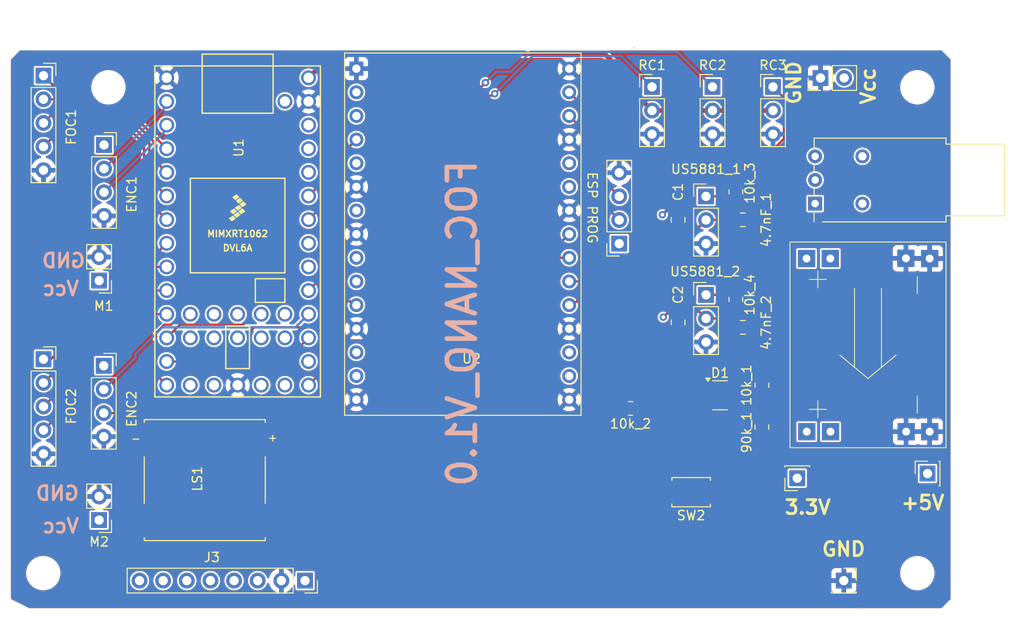
<source format=kicad_pcb>
(kicad_pcb (version 20240108) (generator "pcbnew") (generator_version "8.0")
  (layers (0 "F.Cu" signal) (1 "In1.Cu" signal) (2 "In2.Cu" signal) (31 "B.Cu" signal) (34 "B.Paste" user) (35 "F.Paste" user) (36 "B.SilkS" user "B.Silkscreen") (37 "F.SilkS" user "F.Silkscreen") (38 "B.Mask" user) (39 "F.Mask" user) (44 "Edge.Cuts" user))
  (net 0 "")
  (net 1 "BTN1")
  (net 2 "GND")
  (net 3 "/VSense_in")
  (net 4 "Vcc")
  (net 5 "/MPU6050_SDA")
  (net 6 "FOC1_PWM_B")
  (net 7 "FOC1_PWM_C")
  (net 8 "FOC2_PWM_A")
  (net 9 "FOC1_PWM_A")
  (net 10 "/ESP32_CLK")
  (net 11 "RC_Throttle")
  (net 12 "/MPU6050_SCL")
  (net 13 "FOC2_PWM_B")
  (net 14 "FOC2_PWM_C")
  (net 15 "+5V")
  (net 16 "FOC1_EN")
  (net 17 "FOC2_EN")
  (net 18 "RC_Mode")
  (net 19 "Net-(J1-Pin_2)")
  (net 20 "/MPU6050_XCL")
  (net 22 "/MPU6050_AD0")
  (net 23 "/MPU6050_INT")
  (net 24 "+3.3V")
  (net 25 "/MPU6050_XDA")
  (net 27 "RC_Steering")
  (net 28 "/ESP32_CS")
  (net 33 "/ESP32_MOSI")
  (net 36 "/ESP32_RX")
  (net 38 "/ESP32_MISO")
  (net 39 "/ESP32_TX")
  (net 55 "/SPEAKER")
  (net 56 "/ENC1_A")
  (net 57 "/ENC1_B")
  (net 58 "/ENC2_B")
  (net 59 "/ENC2_A")
  (net 60 "HALL_1")
  (net 61 "HALL_2")
  (footprint "MountingHole:MountingHole_3.2mm_M3" (layer "F.Cu") (at 212.4 149.2)
    (property "Reference" "REF**" (hide yes))
    (property "Value" "MountingHole_3.2mm_M3" (hide yes))
    (pad "" np_thru_hole circle (at 0 0) (size 3.2 3.2) (drill 3.2) (layers "F&B.Cu" "*.Mask"))
  )
  (footprint "Button_Switch_THT:SW_NKK_BB15AH" (layer "F.Cu") (at 201.42 109.5 90)
    (property "Reference" "SW1" (hide yes))
    (property "Value" "SW_SPDT")
    (pad "" thru_hole circle (at 0 5.08 90) (size 1.5 1.5) (drill 0.9) (layers "*.Cu" "*.Mask"))
    (pad "" thru_hole circle (at 5.08 5.08 90) (size 1.5 1.5) (drill 0.9) (layers "*.Cu" "*.Mask"))
    (pad "1" thru_hole rect (at 0 0 90) (size 1.5 1.5) (drill 0.8) (layers "*.Cu" "*.Mask") (net 4 "Vcc"))
    (pad "2" thru_hole circle (at 2.54 0 90) (size 1.5 1.5) (drill 0.8) (layers "*.Cu" "*.Mask") (net 19 "Net-(J1-Pin_2)"))
    (pad "3" thru_hole circle (at 5.08 0 90) (size 1.5 1.5) (drill 0.8) (layers "*.Cu" "*.Mask"))
  )
  (footprint "MountingHole:MountingHole_3.2mm_M3" (layer "F.Cu") (at 118.5 149.2)
    (property "Reference" "REF**" (hide yes))
    (property "Value" "MountingHole_3.2mm_M3" (hide yes))
    (pad "" np_thru_hole circle (at 0 0) (size 3.2 3.2) (drill 3.2) (layers "F&B.Cu" "*.Mask"))
  )
  (footprint "MountingHole:MountingHole_3.2mm_M3" (layer "F.Cu") (at 212.4 97)
    (property "Reference" "REF**" (hide yes))
    (property "Value" "MountingHole_3.2mm_M3" (hide yes))
    (pad "" np_thru_hole circle (at 0 0) (size 3.2 3.2) (drill 3.2) (layers "F&B.Cu" "*.Mask"))
  )
  (footprint "Connector_PinSocket_2.54mm:PinSocket_1x01_P2.54mm_Vertical" (layer "F.Cu") (at 199.5 139 180)
    (property "Reference" "J6" (hide yes))
    (property "Value" "Conn_01x01")
    (pad "1" thru_hole rect (at 0 0 180) (size 1.7 1.7) (drill 1) (layers "*.Cu" "*.Mask") (net 24 "+3.3V"))
  )
  (footprint "Connector_PinHeader_2.54mm:PinHeader_1x03_P2.54mm_Vertical" (layer "F.Cu") (at 183.9 96.96)
    (property "Reference" "RC1" (at 0 -2.33 360) (layer "F.SilkS"))
    (property "Value" "Conn_01x03")
    (pad "1" thru_hole rect (at 0 0) (size 1.7 1.7) (drill 1) (layers "*.Cu" "*.Mask") (net 11 "RC_Throttle"))
    (pad "2" thru_hole oval (at 0 2.54) (size 1.7 1.7) (drill 1) (layers "*.Cu" "*.Mask") (net 15 "+5V"))
    (pad "3" thru_hole oval (at 0 5.08) (size 1.7 1.7) (drill 1) (layers "*.Cu" "*.Mask") (net 2 "GND"))
  )
  (footprint "Connector_PinHeader_2.54mm:PinHeader_1x02_P2.54mm_Vertical" (layer "F.Cu") (at 124.5 117.775 180)
    (property "Reference" "M1" (at -0.5 -2.725 360) (layer "F.SilkS"))
    (property "Value" "Conn_01x02")
    (pad "1" thru_hole rect (at 0 0 180) (size 1.7 1.7) (drill 1) (layers "*.Cu" "*.Mask") (net 4 "Vcc"))
    (pad "2" thru_hole oval (at 0 2.54 180) (size 1.7 1.7) (drill 1) (layers "*.Cu" "*.Mask") (net 2 "GND"))
  )
  (footprint "Button_Switch_SMD:SW_Push_SPST_NO_Alps_SKRK" (layer "F.Cu") (at 188.1 140.5)
    (property "Reference" "SW2" (at 0 2.5 360) (layer "F.SilkS"))
    (property "Value" "SW_Push")
    (pad "1" smd roundrect (at -2.1 0) (size 0.8 2) (layers "F.Cu" "F.Paste" "F.Mask") (net 1 "BTN1"))
    (pad "2" smd roundrect (at 2.1 0) (size 0.8 2) (layers "F.Cu" "F.Paste" "F.Mask") (net 24 "+3.3V"))
  )
  (footprint "Connector_PinSocket_2.54mm:PinSocket_1x01_P2.54mm_Vertical" (layer "F.Cu") (at 204.5 150)
    (property "Reference" "J7" (hide yes))
    (property "Value" "Conn_01x01")
    (pad "1" thru_hole rect (at 0 0) (size 1.7 1.7) (drill 1) (layers "*.Cu" "*.Mask") (net 2 "GND"))
  )
  (footprint "Connector_PinHeader_2.54mm:PinHeader_1x02_P2.54mm_Vertical" (layer "F.Cu") (at 202 96 90)
    (property "Reference" "J1" (hide yes))
    (property "Value" "Conn_01x02")
    (pad "1" thru_hole rect (at 0 0 90) (size 1.7 1.7) (drill 1) (layers "*.Cu" "*.Mask") (net 2 "GND"))
    (pad "2" thru_hole oval (at 0 2.54 90) (size 1.7 1.7) (drill 1) (layers "*.Cu" "*.Mask") (net 19 "Net-(J1-Pin_2)"))
  )
  (footprint "Capacitor_SMD:C_0805_2012Metric" (layer "F.Cu") (at 186.7 111.245 -90)
    (property "Reference" "C1" (at -3 0 90) (layer "F.SilkS"))
    (property "Value" "100nF")
    (pad "1" smd roundrect (at -0.95 0 270) (size 1 1.45) (layers "F.Cu" "F.Paste" "F.Mask") (net 24 "+3.3V"))
    (pad "2" smd roundrect (at 0.95 0 270) (size 1 1.45) (layers "F.Cu" "F.Paste" "F.Mask") (net 2 "GND"))
  )
  (footprint "Connector_PinSocket_2.54mm:PinSocket_1x04_P2.54mm_Vertical" (layer "F.Cu") (at 180.375 113.8 180)
    (property "Reference" "J2" (hide yes))
    (property "Value" "ESP PROG")
    (pad "1" thru_hole rect (at 0 0 180) (size 1.7 1.7) (drill 1) (layers "*.Cu" "*.Mask") (net 24 "+3.3V"))
    (pad "2" thru_hole oval (at 0 2.54 180) (size 1.7 1.7) (drill 1) (layers "*.Cu" "*.Mask") (net 36 "/ESP32_RX"))
    (pad "3" thru_hole oval (at 0 5.08 180) (size 1.7 1.7) (drill 1) (layers "*.Cu" "*.Mask") (net 39 "/ESP32_TX"))
    (pad "4" thru_hole oval (at 0 7.62 180) (size 1.7 1.7) (drill 1) (layers "*.Cu" "*.Mask") (net 2 "GND"))
  )
  (footprint "Connector_PinHeader_2.54mm:PinHeader_1x03_P2.54mm_Vertical" (layer "F.Cu") (at 189.7 119.3)
    (property "Reference" "US5881_2" (at -0.1 -2.5 360) (layer "F.SilkS"))
    (property "Value" "hall_effect_three_wire" (hide yes))
    (pad "1" thru_hole rect (at 0 0) (size 1.7 1.7) (drill 1) (layers "*.Cu" "*.Mask") (net 24 "+3.3V"))
    (pad "2" thru_hole oval (at 0 2.54) (size 1.7 1.7) (drill 1) (layers "*.Cu" "*.Mask") (net 61 "HALL_2"))
    (pad "3" thru_hole oval (at 0 5.08) (size 1.7 1.7) (drill 1) (layers "*.Cu" "*.Mask") (net 2 "GND"))
  )
  (footprint "Connector_PinSocket_2.54mm:PinSocket_1x01_P2.54mm_Vertical" (layer "F.Cu") (at 213.5 138.5 90)
    (property "Reference" "J5" (hide yes))
    (property "Value" "Conn_01x01")
    (pad "1" thru_hole rect (at 0 0 90) (size 1.7 1.7) (drill 1) (layers "*.Cu" "*.Mask") (net 15 "+5V"))
  )
  (footprint "Resistor_SMD:R_0805_2012Metric" (layer "F.Cu") (at 192.905 108.24 -90)
    (property "Reference" "10k_3" (at -0.945 -1.5 90) (layer "F.SilkS"))
    (property "Value" "10k")
    (pad "1" smd roundrect (at -0.9125 0 270) (size 1.025 1.4) (layers "F.Cu" "F.Paste" "F.Mask") (roundrect_rratio 0.243902) (net 24 "+3.3V"))
    (pad "2" smd roundrect (at 0.9125 0 270) (size 1.025 1.4) (layers "F.Cu" "F.Paste" "F.Mask") (roundrect_rratio 0.243902) (net 60 "HALL_1"))
  )
  (footprint "Package_TO_SOT_SMD:SOT-23-3" (layer "F.Cu") (at 191.2075 130.0875)
    (property "Reference" "D1" (at 0 -2.4 360) (layer "F.SilkS"))
    (property "Value" "BAT54S")
    (pad "1" smd roundrect (at -1.1375 -0.95) (size 1.325 0.6) (layers "F.Cu" "F.Paste" "F.Mask") (net 2 "GND"))
    (pad "2" smd roundrect (at -1.1375 0.95) (size 1.325 0.6) (layers "F.Cu" "F.Paste" "F.Mask") (net 24 "+3.3V"))
    (pad "3" smd roundrect (at 1.1375 0) (size 1.325 0.6) (layers "F.Cu" "F.Paste" "F.Mask") (net 3 "/VSense_in"))
  )
  (footprint "simpleFOC_board:Teensy40" (layer "F.Cu") (at 139.38 112.49 -90)
    (property "Reference" "U1" (at -8.99 -0.12 90) (layer "F.SilkS"))
    (property "Value" "Teensy4.0")
    (fp_text user "MIMXRT1062" (at 0.254 0 360) (layer "F.SilkS") (effects (font (size 0.7 0.7))))
    (fp_text user "DVL6A" (at 1.778 0 360) (layer "F.SilkS") (effects (font (size 0.7 0.7))))
    (pad "1" thru_hole circle (at -16.51 7.62 270) (size 1.6 1.6) (drill 1.1) (layers "*.Cu" "*.Mask") (net 2 "GND"))
    (pad "2" thru_hole circle (at -13.97 7.62 270) (size 1.6 1.6) (drill 1.1) (layers "*.Cu" "*.Mask") (net 56 "/ENC1_A"))
    (pad "3" thru_hole circle (at -11.43 7.62 270) (size 1.6 1.6) (drill 1.1) (layers "*.Cu" "*.Mask") (net 57 "/ENC1_B"))
    (pad "4" thru_hole circle (at -8.89 7.62 270) (size 1.6 1.6) (drill 1.1) (layers "*.Cu" "*.Mask") (net 16 "FOC1_EN"))
    (pad "5" thru_hole circle (at -6.35 7.62 270) (size 1.6 1.6) (drill 1.1) (layers "*.Cu" "*.Mask") (net 7 "FOC1_PWM_C"))
    (pad "6" thru_hole circle (at -3.81 7.62 270) (size 1.6 1.6) (drill 1.1) (layers "*.Cu" "*.Mask") (net 6 "FOC1_PWM_B"))
    (pad "7" thru_hole circle (at -1.27 7.62 270) (size 1.6 1.6) (drill 1.1) (layers "*.Cu" "*.Mask") (net 9 "FOC1_PWM_A"))
    (pad "8" thru_hole circle (at 1.27 7.62 270) (size 1.6 1.6) (drill 1.1) (layers "*.Cu" "*.Mask") (net 17 "FOC2_EN"))
    (pad "9" thru_hole circle (at 3.81 7.62 270) (size 1.6 1.6) (drill 1.1) (layers "*.Cu" "*.Mask") (net 14 "FOC2_PWM_C"))
    (pad "10" thru_hole circle (at 6.35 7.62 270) (size 1.6 1.6) (drill 1.1) (layers "*.Cu" "*.Mask") (net 13 "FOC2_PWM_B"))
    (pad "11" thru_hole circle (at 8.89 7.62 270) (size 1.6 1.6) (drill 1.1) (layers "*.Cu" "*.Mask") (net 8 "FOC2_PWM_A"))
    (pad "12" thru_hole circle (at 11.43 7.62 270) (size 1.6 1.6) (drill 1.1) (layers "*.Cu" "*.Mask") (net 28 "/ESP32_CS"))
    (pad "13" thru_hole circle (at 13.97 7.62 270) (size 1.6 1.6) (drill 1.1) (layers "*.Cu" "*.Mask") (net 33 "/ESP32_MOSI"))
    (pad "14" thru_hole circle (at 16.51 7.62 270) (size 1.6 1.6) (drill 1.1) (layers "*.Cu" "*.Mask") (net 38 "/ESP32_MISO"))
    (pad "15" thru_hole circle (at 16.51 5.08 270) (size 1.6 1.6) (drill 1.1) (layers "*.Cu" "*.Mask"))
    (pad "16" thru_hole circle (at 16.51 2.54 270) (size 1.6 1.6) (drill 1.1) (layers "*.Cu" "*.Mask") (net 24 "+3.3V"))
    (pad "17" thru_hole circle (at 16.51 0 270) (size 1.6 1.6) (drill 1.1) (layers "*.Cu" "*.Mask") (net 2 "GND"))
    (pad "18" thru_hole circle (at 16.51 -2.54 270) (size 1.6 1.6) (drill 1.1) (layers "*.Cu" "*.Mask"))
    (pad "19" thru_hole circle (at 16.51 -5.08 270) (size 1.6 1.6) (drill 1.1) (layers "*.Cu" "*.Mask"))
    (pad "20" thru_hole circle (at 16.51 -7.62 270) (size 1.6 1.6) (drill 1.1) (layers "*.Cu" "*.Mask") (net 10 "/ESP32_CLK"))
    (pad "21" thru_hole circle (at 13.97 -7.62 270) (size 1.6 1.6) (drill 1.1) (layers "*.Cu" "*.Mask") (net 3 "/VSense_in"))
    (pad "22" thru_hole circle (at 11.43 -7.62 270) (size 1.6 1.6) (drill 1.1) (layers "*.Cu" "*.Mask") (net 58 "/ENC2_B"))
    (pad "23" thru_hole circle (at 8.89 -7.62 270) (size 1.6 1.6) (drill 1.1) (layers "*.Cu" "*.Mask") (net 59 "/ENC2_A"))
    (pad "24" thru_hole circle (at 6.35 -7.62 270) (size 1.6 1.6) (drill 1.1) (layers "*.Cu" "*.Mask") (net 18 "RC_Mode"))
    (pad "25" thru_hole circle (at 3.81 -7.62 270) (size 1.6 1.6) (drill 1.1) (layers "*.Cu" "*.Mask") (net 5 "/MPU6050_SDA"))
    (pad "26" thru_hole circle (at 1.27 -7.62 270) (size 1.6 1.6) (drill 1.1) (layers "*.Cu" "*.Mask") (net 12 "/MPU6050_SCL"))
    (pad "27" thru_hole circle (at -1.27 -7.62 270) (size 1.6 1.6) (drill 1.1) (layers "*.Cu" "*.Mask") (net 11 "RC_Throttle"))
    (pad "28" thru_hole circle (at -3.81 -7.62 270) (size 1.6 1.6) (drill 1.1) (layers "*.Cu" "*.Mask") (net 27 "RC_Steering"))
    (pad "29" thru_hole circle (at -6.35 -7.62 270) (size 1.6 1.6) (drill 1.1) (layers "*.Cu" "*.Mask") (net 1 "BTN1"))
    (pad "30" thru_hole circle (at -8.89 -7.62 270) (size 1.6 1.6) (drill 1.1) (layers "*.Cu" "*.Mask") (net 55 "/SPEAKER"))
    (pad "31" thru_hole circle (at -11.43 -7.62 270) (size 1.6 1.6) (drill 1.1) (layers "*.Cu" "*.Mask"))
    (pad "32" thru_hole circle (at -13.97 -7.62 270) (size 1.6 1.6) (drill 1.1) (layers "*.Cu" "*.Mask") (net 2 "GND"))
    (pad "33" thru_hole circle (at -16.51 -7.62 270) (size 1.6 1.6) (drill 1.1) (layers "*.Cu" "*.Mask") (net 15 "+5V"))
    (pad "34" thru_hole circle (at -13.97 -5.08 270) (size 1.6 1.6) (drill 1.1) (layers "*.Cu" "*.Mask"))
    (pad "35" thru_hole circle (at 11.43 -5.08 270) (size 1.6 1.6) (drill 1.1) (layers "*.Cu" "*.Mask"))
    (pad "36" thru_hole circle (at 8.89 -5.08 270) (size 1.6 1.6) (drill 1.1) (layers "*.Cu" "*.Mask"))
    (pad "37" thru_hole circle (at 11.43 -2.54 270) (size 1.6 1.6) (drill 1.1) (layers "*.Cu" "*.Mask"))
    (pad "38" thru_hole circle (at 8.89 -2.54 270) (size 1.6 1.6) (drill 1.1) (layers "*.Cu" "*.Mask"))
    (pad "39" thru_hole circle (at 11.43 0 270) (size 1.6 1.6) (drill 1.1) (layers "*.Cu" "*.Mask"))
    (pad "40" thru_hole circle (at 8.89 0 270) (size 1.6 1.6) (drill 1.1) (layers "*.Cu" "*.Mask"))
    (pad "41" thru_hole circle (at 11.43 2.54 270) (size 1.6 1.6) (drill 1.1) (layers "*.Cu" "*.Mask"))
    (pad "42" thru_hole circle (at 8.89 2.54 270) (size 1.6 1.6) (drill 1.1) (layers "*.Cu" "*.Mask"))
    (pad "43" thru_hole circle (at 11.43 5.08 270) (size 1.6 1.6) (drill 1.1) (layers "*.Cu" "*.Mask"))
    (pad "44" thru_hole circle (at 8.89 5.08 270) (size 1.6 1.6) (drill 1.1) (layers "*.Cu" "*.Mask"))
  )
  (footprint "Connector_PinSocket_2.54mm:PinSocket_1x05_P2.54mm_Vertical" (layer "F.Cu") (at 118.525 95.755)
    (property "Reference" "FOC1" (at 2.975 5.51 90) (layer "F.SilkS"))
    (property "Value" "Conn_01x05")
    (pad "1" thru_hole rect (at 0 0) (size 1.7 1.7) (drill 1) (layers "*.Cu" "*.Mask") (net 16 "FOC1_EN"))
    (pad "2" thru_hole oval (at 0 2.54) (size 1.7 1.7) (drill 1) (layers "*.Cu" "*.Mask") (net 7 "FOC1_PWM_C"))
    (pad "3" thru_hole oval (at 0 5.08) (size 1.7 1.7) (drill 1) (layers "*.Cu" "*.Mask") (net 6 "FOC1_PWM_B"))
    (pad "4" thru_hole oval (at 0 7.62) (size 1.7 1.7) (drill 1) (layers "*.Cu" "*.Mask") (net 9 "FOC1_PWM_A"))
    (pad "5" thru_hole oval (at 0 10.16) (size 1.7 1.7) (drill 1) (layers "*.Cu" "*.Mask") (net 2 "GND"))
  )
  (footprint "Resistor_SMD:R_0805_2012Metric" (layer "F.Cu") (at 195.7075 129 90)
    (property "Reference" "10k_1" (at 0 -1.65 90) (layer "F.SilkS"))
    (property "Value" "10k")
    (pad "1" smd roundrect (at -0.9125 0 90) (size 1.025 1.4) (layers "F.Cu" "F.Paste" "F.Mask") (roundrect_rratio 0.243902) (net 3 "/VSense_in"))
    (pad "2" smd roundrect (at 0.9125 0 90) (size 1.025 1.4) (layers "F.Cu" "F.Paste" "F.Mask") (roundrect_rratio 0.243902) (net 2 "GND"))
  )
  (footprint "Connector_PinSocket_2.54mm:PinSocket_1x04_P2.54mm_Vertical" (layer "F.Cu") (at 125 126.92)
    (property "Reference" "ENC2" (at 3 4.62 90) (layer "F.SilkS"))
    (property "Value" "J1")
    (pad "1" thru_hole rect (at 0 0) (size 1.7 1.7) (drill 1) (layers "*.Cu" "*.Mask") (net 24 "+3.3V"))
    (pad "2" thru_hole oval (at 0 2.54) (size 1.7 1.7) (drill 1) (layers "*.Cu" "*.Mask") (net 59 "/ENC2_A"))
    (pad "3" thru_hole oval (at 0 5.08) (size 1.7 1.7) (drill 1) (layers "*.Cu" "*.Mask") (net 58 "/ENC2_B"))
    (pad "4" thru_hole oval (at 0 7.62) (size 1.7 1.7) (drill 1) (layers "*.Cu" "*.Mask") (net 2 "GND"))
  )
  (footprint "Capacitor_SMD:C_0805_2012Metric" (layer "F.Cu") (at 186.7 122.25 -90)
    (property "Reference" "C2" (at -2.95 0 90) (layer "F.SilkS"))
    (property "Value" "100nF")
    (pad "1" smd roundrect (at -0.95 0 270) (size 1 1.45) (layers "F.Cu" "F.Paste" "F.Mask") (net 24 "+3.3V"))
    (pad "2" smd roundrect (at 0.95 0 270) (size 1 1.45) (layers "F.Cu" "F.Paste" "F.Mask") (net 2 "GND"))
  )
  (footprint "Connector_PinHeader_2.54mm:PinHeader_1x02_P2.54mm_Vertical" (layer "F.Cu") (at 124.5 143.5 180)
    (property "Reference" "M2" (at 0 -2.33 360) (layer "F.SilkS"))
    (property "Value" "Conn_01x02")
    (pad "1" thru_hole rect (at 0 0 180) (size 1.7 1.7) (drill 1) (layers "*.Cu" "*.Mask") (net 4 "Vcc"))
    (pad "2" thru_hole oval (at 0 2.54 180) (size 1.7 1.7) (drill 1) (layers "*.Cu" "*.Mask") (net 2 "GND"))
  )
  (footprint "Resistor_SMD:R_0805_2012Metric" (layer "F.Cu") (at 195.7075 133.5 90)
    (property "Reference" "90k_1" (at -0.5875 -1.65 90) (layer "F.SilkS"))
    (property "Value" "90k")
    (pad "1" smd roundrect (at -0.9125 0 90) (size 1.025 1.4) (layers "F.Cu" "F.Paste" "F.Mask") (roundrect_rratio 0.243902) (net 4 "Vcc"))
    (pad "2" smd roundrect (at 0.9125 0 90) (size 1.025 1.4) (layers "F.Cu" "F.Paste" "F.Mask") (roundrect_rratio 0.243902) (net 3 "/VSense_in"))
  )
  (footprint "Connector_PinSocket_2.54mm:PinSocket_1x05_P2.54mm_Vertical" (layer "F.Cu") (at 118.525 126.215)
    (property "Reference" "FOC2" (at 2.975 5.05 90) (layer "F.SilkS"))
    (property "Value" "Conn_01x05")
    (pad "1" thru_hole rect (at 0 0) (size 1.7 1.7) (drill 1) (layers "*.Cu" "*.Mask") (net 17 "FOC2_EN"))
    (pad "2" thru_hole oval (at 0 2.54) (size 1.7 1.7) (drill 1) (layers "*.Cu" "*.Mask") (net 14 "FOC2_PWM_C"))
    (pad "3" thru_hole oval (at 0 5.08) (size 1.7 1.7) (drill 1) (layers "*.Cu" "*.Mask") (net 13 "FOC2_PWM_B"))
    (pad "4" thru_hole oval (at 0 7.62) (size 1.7 1.7) (drill 1) (layers "*.Cu" "*.Mask") (net 8 "FOC2_PWM_A"))
    (pad "5" thru_hole oval (at 0 10.16) (size 1.7 1.7) (drill 1) (layers "*.Cu" "*.Mask") (net 2 "GND"))
  )
  (footprint "Connector_PinHeader_2.54mm:PinHeader_1x03_P2.54mm_Vertical" (layer "F.Cu") (at 189.7 108.72)
    (property "Reference" "US5881_1" (at 0 -2.92 360) (layer "F.SilkS"))
    (property "Value" "hall_effect_three_wire")
    (pad "1" thru_hole rect (at 0 0) (size 1.7 1.7) (drill 1) (layers "*.Cu" "*.Mask") (net 24 "+3.3V"))
    (pad "2" thru_hole oval (at 0 2.54) (size 1.7 1.7) (drill 1) (layers "*.Cu" "*.Mask") (net 60 "HALL_1"))
    (pad "3" thru_hole oval (at 0 5.08) (size 1.7 1.7) (drill 1) (layers "*.Cu" "*.Mask") (net 2 "GND"))
  )
  (footprint "CDS-13138-SMT-TR:SPKR_CDS-13138-SMT-TR" (layer "F.Cu") (at 135.85 139.2 180)
    (property "Reference" "LS1" (at 0.8 0.15 90) (layer "F.SilkS") (effects (font (size 1.004811 1.004811))))
    (property "Value" "Speaker")
    (pad "1" smd rect (at -5.7 4.35 180) (size 1.8 3.2) (layers "F.Cu" "F.Paste" "F.Mask") (net 55 "/SPEAKER"))
    (pad "2" smd rect (at 5.7 4.35 180) (size 1.8 3.2) (layers "F.Cu" "F.Paste" "F.Mask") (net 2 "GND"))
    (pad "DL1" smd rect (at -5.7 -4.35 180) (size 1.8 3.2) (layers "F.Cu" "F.Paste" "F.Mask"))
    (pad "DL2" smd rect (at 5.7 -4.35 180) (size 1.8 3.2) (layers "F.Cu" "F.Paste" "F.Mask"))
  )
  (footprint "MountingHole:MountingHole_3.2mm_M3" (layer "F.Cu") (at 125.5 97)
    (property "Reference" "REF**" (hide yes))
    (property "Value" "MountingHole_3.2mm_M3" (hide yes))
    (pad "" np_thru_hole circle (at 0 0) (size 3.2 3.2) (drill 3.2) (layers "F&B.Cu" "*.Mask"))
  )
  (footprint "Connector_PinSocket_2.54mm:PinSocket_1x08_P2.54mm_Vertical" (layer "F.Cu") (at 146.62 150 -90)
    (property "Reference" "J3" (at -2.5 10 360) (layer "F.SilkS"))
    (property "Value" "Conn_01x08")
    (pad "1" thru_hole rect (at 0 0 270) (size 1.7 1.7) (drill 1) (layers "*.Cu" "*.Mask") (net 24 "+3.3V"))
    (pad "2" thru_hole oval (at 0 2.54 270) (size 1.7 1.7) (drill 1) (layers "*.Cu" "*.Mask") (net 2 "GND"))
    (pad "3" thru_hole oval (at 0 5.08 270) (size 1.7 1.7) (drill 1) (layers "*.Cu" "*.Mask") (net 12 "/MPU6050_SCL"))
    (pad "4" thru_hole oval (at 0 7.62 270) (size 1.7 1.7) (drill 1) (layers "*.Cu" "*.Mask") (net 5 "/MPU6050_SDA"))
    (pad "5" thru_hole oval (at 0 10.16 270) (size 1.7 1.7) (drill 1) (layers "*.Cu" "*.Mask") (net 25 "/MPU6050_XDA"))
    (pad "6" thru_hole oval (at 0 12.7 270) (size 1.7 1.7) (drill 1) (layers "*.Cu" "*.Mask") (net 20 "/MPU6050_XCL"))
    (pad "7" thru_hole oval (at 0 15.24 270) (size 1.7 1.7) (drill 1) (layers "*.Cu" "*.Mask") (net 22 "/MPU6050_AD0"))
    (pad "8" thru_hole oval (at 0 17.78 270) (size 1.7 1.7) (drill 1) (layers "*.Cu" "*.Mask") (net 23 "/MPU6050_INT"))
  )
  (footprint "Connector_PinHeader_2.54mm:PinHeader_1x03_P2.54mm_Vertical" (layer "F.Cu") (at 190.4 96.96)
    (property "Reference" "RC2" (at 0 -2.33 360) (layer "F.SilkS"))
    (property "Value" "Conn_01x03")
    (pad "1" thru_hole rect (at 0 0) (size 1.7 1.7) (drill 1) (layers "*.Cu" "*.Mask") (net 27 "RC_Steering"))
    (pad "2" thru_hole oval (at 0 2.54) (size 1.7 1.7) (drill 1) (layers "*.Cu" "*.Mask") (net 15 "+5V"))
    (pad "3" thru_hole oval (at 0 5.08) (size 1.7 1.7) (drill 1) (layers "*.Cu" "*.Mask") (net 2 "GND"))
  )
  (footprint "Capacitor_SMD:C_0805_2012Metric" (layer "F.Cu") (at 193.655 122.795)
    (property "Reference" "4.7nF_2" (at 2.505 -0.505 90) (layer "F.SilkS"))
    (property "Value" "4.7nF")
    (pad "1" smd roundrect (at -0.95 0) (size 1 1.45) (layers "F.Cu" "F.Paste" "F.Mask") (net 61 "HALL_2"))
    (pad "2" smd roundrect (at 0.95 0) (size 1 1.45) (layers "F.Cu" "F.Paste" "F.Mask") (net 2 "GND"))
  )
  (footprint "Converter_DCDC:my_buck_boost" (layer "F.Cu") (at 207.1 124.675 -90)
    (property "Reference" "U5" (hide yes))
    (property "Value" "my_buck_boost" (hide yes))
    (pad "1" thru_hole rect (at -9.275 -6.625 270) (size 1.85 1.85) (drill 0.85) (layers "*.Cu" "*.Mask") (net 2 "GND"))
    (pad "2" thru_hole rect (at -9.3 -4.075 270) (size 1.85 1.85) (drill 0.85) (layers "*.Cu" "*.Mask") (net 2 "GND"))
    (pad "3" thru_hole rect (at -9.275 4.05 270) (size 1.85 1.85) (drill 0.85) (layers "*.Cu" "*.Mask") (net 4 "Vcc"))
    (pad "4" thru_hole rect (at -9.275 6.6 270) (size 1.85 1.85) (drill 0.85) (layers "*.Cu" "*.Mask") (net 4 "Vcc"))
    (pad "5" thru_hole rect (at 9.325 -6.625 270) (size 1.85 1.85) (drill 0.85) (layers "*.Cu" "*.Mask") (net 2 "GND"))
    (pad "6" thru_hole rect (at 9.325 -4.1 270) (size 1.85 1.85) (drill 0.85) (layers "*.Cu" "*.Mask") (net 2 "GND"))
    (pad "7" thru_hole rect (at 9.325 4.025 270) (size 1.85 1.85) (drill 0.85) (layers "*.Cu" "*.Mask") (net 15 "+5V"))
    (pad "8" thru_hole rect (at 9.325 6.575 270) (size 1.85 1.85) (drill 0.85) (layers "*.Cu" "*.Mask") (net 15 "+5V"))
  )
  (footprint "Resistor_SMD:R_0805_2012Metric" (layer "F.Cu") (at 181.5875 131.5 180)
    (property "Reference" "10k_2" (at 0 -1.65 360) (layer "F.SilkS"))
    (property "Value" "10k")
    (pad "1" smd roundrect (at -0.9125 0 180) (size 1.025 1.4) (layers "F.Cu" "F.Paste" "F.Mask") (roundrect_rratio 0.243902) (net 1 "BTN1"))
    (pad "2" smd roundrect (at 0.9125 0 180) (size 1.025 1.4) (layers "F.Cu" "F.Paste" "F.Mask") (roundrect_rratio 0.243902) (net 2 "GND"))
  )
  (footprint "Connector_PinHeader_2.54mm:PinHeader_1x03_P2.54mm_Vertical" (layer "F.Cu") (at 196.9 96.96)
    (property "Reference" "RC3" (at 0 -2.33 360) (layer "F.SilkS"))
    (property "Value" "Conn_01x03")
    (pad "1" thru_hole rect (at 0 0) (size 1.7 1.7) (drill 1) (layers "*.Cu" "*.Mask") (net 18 "RC_Mode"))
    (pad "2" thru_hole oval (at 0 2.54) (size 1.7 1.7) (drill 1) (layers "*.Cu" "*.Mask") (net 15 "+5V"))
    (pad "3" thru_hole oval (at 0 5.08) (size 1.7 1.7) (drill 1) (layers "*.Cu" "*.Mask") (net 2 "GND"))
  )
  (footprint "Capacitor_SMD:C_0805_2012Metric" (layer "F.Cu") (at 193.655 111.24)
    (property "Reference" "4.7nF_1" (at 2.5 0 90) (layer "F.SilkS"))
    (property "Value" "4.7nF")
    (pad "1" smd roundrect (at -0.95 0) (size 1 1.45) (layers "F.Cu" "F.Paste" "F.Mask") (net 60 "HALL_1"))
    (pad "2" smd roundrect (at 0.95 0) (size 1 1.45) (layers "F.Cu" "F.Paste" "F.Mask") (net 2 "GND"))
  )
  (footprint "RF_Module:ESP32-C3-DevKitM-1" (layer "F.Cu") (at 152.14 95)
    (property "Reference" "U2" (at 12.36 31.16 0) (layer "F.SilkS"))
    (property "Value" "ESP32-C3-DevKitM-1")
    (pad "1" thru_hole rect (at 0 0) (size 1.5 1.5) (drill 0.9) (layers "*.Cu" "*.Mask") (net 2 "GND"))
    (pad "2" thru_hole circle (at 0 2.54) (size 1.5 1.5) (drill 0.9) (layers "*.Cu" "*.Mask") (net 24 "+3.3V"))
    (pad "3" thru_hole circle (at 0 5.08) (size 1.5 1.5) (drill 0.9) (layers "*.Cu" "*.Mask") (net 24 "+3.3V"))
    (pad "4" thru_hole circle (at 0 7.62) (size 1.5 1.5) (drill 0.9) (layers "*.Cu" "*.Mask") (net 38 "/ESP32_MISO"))
    (pad "5" thru_hole circle (at 0 10.16) (size 1.5 1.5) (drill 0.9) (layers "*.Cu" "*.Mask"))
    (pad "6" thru_hole circle (at 0 12.7) (size 1.5 1.5) (drill 0.9) (layers "*.Cu" "*.Mask") (net 2 "GND"))
    (pad "7" thru_hole circle (at 0 15.24) (size 1.5 1.5) (drill 0.9) (layers "*.Cu" "*.Mask"))
    (pad "8" thru_hole circle (at 0 17.78) (size 1.5 1.5) (drill 0.9) (layers "*.Cu" "*.Mask") (net 2 "GND"))
    (pad "9" thru_hole circle (at 0 20.32) (size 1.5 1.5) (drill 0.9) (layers "*.Cu" "*.Mask"))
    (pad "10" thru_hole circle (at 0 22.86) (size 1.5 1.5) (drill 0.9) (layers "*.Cu" "*.Mask"))
    (pad "11" thru_hole circle (at 0 25.4) (size 1.5 1.5) (drill 0.9) (layers "*.Cu" "*.Mask") (net 28 "/ESP32_CS"))
    (pad "12" thru_hole circle (at 0 27.94) (size 1.5 1.5) (drill 0.9) (layers "*.Cu" "*.Mask") (net 2 "GND"))
    (pad "13" thru_hole circle (at 0 30.48) (size 1.5 1.5) (drill 0.9) (layers "*.Cu" "*.Mask"))
    (pad "14" thru_hole circle (at 0 33.02) (size 1.5 1.5) (drill 0.9) (layers "*.Cu" "*.Mask"))
    (pad "15" thru_hole circle (at 0 35.56) (size 1.5 1.5) (drill 0.9) (layers "*.Cu" "*.Mask") (net 2 "GND"))
    (pad "16" thru_hole circle (at 22.86 35.56) (size 1.5 1.5) (drill 0.9) (layers "*.Cu" "*.Mask") (net 2 "GND"))
    (pad "17" thru_hole circle (at 22.86 33.02) (size 1.5 1.5) (drill 0.9) (layers "*.Cu" "*.Mask"))
    (pad "18" thru_hole circle (at 22.86 30.48) (size 1.5 1.5) (drill 0.9) (layers "*.Cu" "*.Mask"))
    (pad "19" thru_hole circle (at 22.86 27.94) (size 1.5 1.5) (drill 0.9) (layers "*.Cu" "*.Mask") (net 2 "GND"))
    (pad "20" thru_hole circle (at 22.86 25.4) (size 1.5 1.5) (drill 0.9) (layers "*.Cu" "*.Mask") (net 61 "HALL_2"))
    (pad "21" thru_hole circle (at 22.86 22.86) (size 1.5 1.5) (drill 0.9) (layers "*.Cu" "*.Mask") (net 60 "HALL_1"))
    (pad "22" thru_hole circle (at 22.86 20.32) (size 1.5 1.5) (drill 0.9) (layers "*.Cu" "*.Mask") (net 10 "/ESP32_CLK"))
    (pad "23" thru_hole circle (at 22.86 17.78) (size 1.5 1.5) (drill 0.9) (layers "*.Cu" "*.Mask") (net 33 "/ESP32_MOSI"))
    (pad "24" thru_hole circle (at 22.86 15.24) (size 1.5 1.5) (drill 0.9) (layers "*.Cu" "*.Mask") (net 2 "GND"))
    (pad "25" thru_hole circle (at 22.86 12.7) (size 1.5 1.5) (drill 0.9) (layers "*.Cu" "*.Mask"))
    (pad "26" thru_hole circle (at 22.86 10.16) (size 1.5 1.5) (drill 0.9) (layers "*.Cu" "*.Mask"))
    (pad "27" thru_hole circle (at 22.86 7.62) (size 1.5 1.5) (drill 0.9) (layers "*.Cu" "*.Mask") (net 2 "GND"))
    (pad "28" thru_hole circle (at 22.86 5.08) (size 1.5 1.5) (drill 0.9) (layers "*.Cu" "*.Mask") (net 36 "/ESP32_RX"))
    (pad "29" thru_hole circle (at 22.86 2.54) (size 1.5 1.5) (drill 0.9) (layers "*.Cu" "*.Mask") (net 39 "/ESP32_TX"))
    (pad "30" thru_hole circle (at 22.86 0) (size 1.5 1.5) (drill 0.9) (layers "*.Cu" "*.Mask") (net 2 "GND"))
  )
  (footprint "Connector_PinSocket_2.54mm:PinSocket_1x04_P2.54mm_Vertical" (layer "F.Cu") (at 125.025 103.2)
    (property "Reference" "ENC1" (at 2.975 5.3 90) (layer "F.SilkS"))
    (property "Value" "J1")
    (pad "1" thru_hole rect (at 0 0) (size 1.7 1.7) (drill 1) (layers "*.Cu" "*.Mask") (net 24 "+3.3V"))
    (pad "2" thru_hole oval (at 0 2.54) (size 1.7 1.7) (drill 1) (layers "*.Cu" "*.Mask") (net 56 "/ENC1_A"))
    (pad "3" thru_hole oval (at 0 5.08) (size 1.7 1.7) (drill 1) (layers "*.Cu" "*.Mask") (net 57 "/ENC1_B"))
    (pad "4" thru_hole oval (at 0 7.62) (size 1.7 1.7) (drill 1) (layers "*.Cu" "*.Mask") (net 2 "GND"))
  )
  (footprint "Resistor_SMD:R_0805_2012Metric" (layer "F.Cu") (at 192.905 119.795 -90)
    (property "Reference" "10k_4" (at -0.5 -1.5 90) (layer "F.SilkS"))
    (property "Value" "10k")
    (pad "1" smd roundrect (at -0.9125 0 270) (size 1.025 1.4) (layers "F.Cu" "F.Paste" "F.Mask") (roundrect_rratio 0.243902) (net 24 "+3.3V"))
    (pad "2" smd roundrect (at 0.9125 0 270) (size 1.025 1.4) (layers "F.Cu" "F.Paste" "F.Mask") (roundrect_rratio 0.243902) (net 61 "HALL_2"))
  )
  (gr_line (start 206.004826 152.991364) (end 206 153) (stroke (width 0.099999)) (layer "Edge.Cuts"))
  (gr_poly (pts (xy 116 93) (xy 115 94) (xy 115 152) (xy 117 153) (xy 215 153) (xy 216 152) (xy 216 94) (xy 215 93)) (stroke (width 0.05)) (fill none) (layer "Edge.Cuts"))
  (gr_line (start 205.958344 153.022352) (end 205.955804 153.022098) (stroke (width 0.099999)) (layer "Edge.Cuts"))
  (gr_line (start 206.008636 152.97206) (end 206.008382 152.9746) (stroke (width 0.099999)) (layer "Edge.Cuts"))
  (gr_line (start 182.03204 92.760037) (end 182.0295 92.760291) (stroke (width 0.099999)) (layer "Edge.Cuts"))
  (gr_line (start 181.987844 92.737939) (end 181.983017 92.729303) (stroke (width 0.099999)) (layer "Edge.Cuts"))
  (gr_line (start 181.980223 92.719905) (end 181.979207 92.709999) (stroke (width 0.099999)) (layer "Edge.Cuts"))
  (gr_line (start 205.986284 153.013716) (end 205.977648 153.018542) (stroke (width 0.099999)) (layer "Edge.Cuts"))
  (gr_line (start 181.983017 92.729303) (end 181.980223 92.719905) (stroke (width 0.099999)) (layer "Edge.Cuts"))
  (gr_line (start 181.99394 92.745559) (end 181.987844 92.737939) (stroke (width 0.099999)) (layer "Edge.Cuts"))
  (gr_line (start 182.0295 92.760291) (end 182.019594 92.759275) (stroke (width 0.099999)) (layer "Edge.Cuts"))
  (gr_line (start 206.008382 152.96952) (end 206.008636 152.97206) (stroke (width 0.099999)) (layer "Edge.Cuts"))
  (gr_line (start 205.96825 153.021336) (end 205.958344 153.022352) (stroke (width 0.099999)) (layer "Edge.Cuts"))
  (gr_line (start 182.001559 92.751655) (end 181.99394 92.745559) (stroke (width 0.099999)) (layer "Edge.Cuts"))
  (gr_line (start 181.979207 92.709999) (end 181.979462 92.707459) (stroke (width 0.099999)) (layer "Edge.Cuts"))
  (gr_line (start 205.977648 153.018542) (end 205.96825 153.021336) (stroke (width 0.099999)) (layer "Edge.Cuts"))
  (gr_line (start 182.010196 92.756481) (end 182.001559 92.751655) (stroke (width 0.099999)) (layer "Edge.Cuts"))
  (gr_line (start 206 153) (end 205.993904 153.00762) (stroke (width 0.099999)) (layer "Edge.Cuts"))
  (gr_line (start 182.019594 92.759275) (end 182.010196 92.756481) (stroke (width 0.099999)) (layer "Edge.Cuts"))
  (gr_line (start 206.00762 152.981966) (end 206.004826 152.991364) (stroke (width 0.099999)) (layer "Edge.Cuts"))
  (gr_line (start 205.993904 153.00762) (end 205.986284 153.013716) (stroke (width 0.099999)) (layer "Edge.Cuts"))
  (gr_line (start 206.008382 152.9746) (end 206.00762 152.981966) (stroke (width 0.099999)) (layer "Edge.Cuts"))
  (gr_text "Vcc\n" (at 122.5 119.5 0) (layer "B.SilkS") (effects (font (size 1.5 1.5) (thickness 0.3) (bold yes)) (justify left bottom mirror)))
  (gr_text "GND" (at 122.5 141.5 0) (layer "B.SilkS") (effects (font (size 1.5 1.5) (thickness 0.3) (bold yes)) (justify left bottom mirror)))
  (gr_text "GND" (at 123.17 116.505 0) (layer "B.SilkS") (effects (font (size 1.5 1.5) (thickness 0.3) (bold yes)) (justify left bottom mirror)))
  (gr_text "Vcc\n" (at 122.5 145 0) (layer "B.SilkS") (effects (font (size 1.5 1.5) (thickness 0.3) (bold yes)) (justify left bottom mirror)))
  (gr_text "FOC_NANO_V1.0 \n" (at 163.5 123.5 90) (layer "B.SilkS") (effects (font (size 3 3) (thickness 0.5) (bold yes)) (justify mirror)))
  (gr_text "GND" (at 202 147.5 0) (layer "F.SilkS") (effects (font (size 1.5 1.5) (thickness 0.3) (bold yes)) (justify left bottom)))
  (gr_text "ESP PROG" (at 176.9 106 -90) (layer "F.SilkS") (effects (font (size 1 1)) (justify left bottom)))
  (gr_text "3.3V\n" (at 198 143 0) (layer "F.SilkS") (effects (font (size 1.5 1.5) (thickness 0.3) (bold yes)) (justify left bottom)))
  (gr_text "Vcc" (at 208 99 90) (layer "F.SilkS") (effects (font (size 1.5 1.5) (thickness 0.3) (bold yes)) (justify left bottom)))
  (gr_text "GND" (at 200 99 90) (layer "F.SilkS") (effects (font (size 1.5 1.5) (thickness 0.3) (bold yes)) (justify left bottom)))
  (gr_text "+5V\n" (at 210.5 142.5 0) (layer "F.SilkS") (effects (font (size 1.5 1.5) (thickness 0.3) (bold yes)) (justify left bottom)))
  (segment (start 120.5 99.6) (end 119.76 99.6) (width 0.25) (layer "F.Cu") (net 6))
  (segment (start 131.76 108.68) (end 129.9 106.82) (width 0.25) (layer "F.Cu") (net 6))
  (segment (start 129.9 106.82) (end 129.9 103.012792) (width 0.25) (layer "F.Cu") (net 6))
  (segment (start 129.9 103.012792) (end 126.787208 99.9) (width 0.25) (layer "F.Cu") (net 6))
  (segment (start 119.76 99.6) (end 118.525 100.835) (width 0.25) (layer "F.Cu") (net 6))
  (segment (start 126.787208 99.9) (end 120.8 99.9) (width 0.25) (layer "F.Cu") (net 6))
  (segment (start 120.8 99.9) (end 120.5 99.6) (width 0.25) (layer "F.Cu") (net 6))
  (segment (start 126.973604 99.45) (end 130.5 102.976396) (width 0.25) (layer "F.Cu") (net 7))
  (segment (start 130.5 102.976396) (end 130.5 104.88) (width 0.25) (layer "F.Cu") (net 7))
  (segment (start 121.583604 99.45) (end 126.973604 99.45) (width 0.25) (layer "F.Cu") (net 7))
  (segment (start 120.428604 98.295) (end 121.583604 99.45) (width 0.25) (layer "F.Cu") (net 7))
  (segment (start 118.525 98.295) (end 120.428604 98.295) (width 0.25) (layer "F.Cu") (net 7))
  (segment (start 130.5 104.88) (end 131.76 106.14) (width 0.25) (layer "F.Cu") (net 7))
  (segment (start 126.156396 121.38) (end 120.8 126.736396) (width 0.25) (layer "F.Cu") (net 8))
  (segment (start 120.8 126.736396) (end 120.8 131.56) (width 0.25) (layer "F.Cu") (net 8))
  (segment (start 120.8 131.56) (end 118.525 133.835) (width 0.25) (layer "F.Cu") (net 8))
  (segment (start 131.76 121.38) (end 126.156396 121.38) (width 0.25) (layer "F.Cu") (net 8))
  (segment (start 126.600812 100.35) (end 129.325406 103.074594) (width 0.25) (layer "F.Cu") (net 9))
  (segment (start 129.325406 103.074594) (end 129.325406 108.785406) (width 0.25) (layer "F.Cu") (net 9))
  (segment (start 129.325406 108.785406) (end 131.76 111.22) (width 0.25) (layer "F.Cu") (net 9))
  (segment (start 118.525 103.375) (end 121.55 100.35) (width 0.25) (layer "F.Cu") (net 9))
  (segment (start 121.55 100.35) (end 126.600812 100.35) (width 0.25) (layer "F.Cu") (net 9))
  (segment (start 175 115.32) (end 173.096396 115.32) (width 0.25) (layer "F.Cu") (net 10))
  (segment (start 166.416396 122) (end 156.8 122) (width 0.25) (layer "F.Cu") (net 10))
  (segment (start 173.096396 115.32) (end 166.416396 122) (width 0.25) (layer "F.Cu") (net 10))
  (segment (start 154.6 124.2) (end 149.4 124.2) (width 0.25) (layer "F.Cu") (net 10))
  (segment (start 156.8 122) (end 154.6 124.2) (width 0.25) (layer "F.Cu") (net 10))
  (segment (start 148.125 125.475) (end 148.125 127.875) (width 0.25) (layer "F.Cu") (net 10))
  (segment (start 148.125 127.875) (end 147 129) (width 0.25) (layer "F.Cu") (net 10))
  (segment (start 149.4 124.2) (end 148.125 125.475) (width 0.25) (layer "F.Cu") (net 10))
  (segment (start 147 111.22) (end 148.3 109.92) (width 0.25) (layer "F.Cu") (net 11))
  (segment (start 148.3 109.92) (end 148.3 108.2) (width 0.25) (layer "F.Cu") (net 11))
  (segment (start 152.52028 106.3) (end 154.2 104.62028) (width 0.25) (layer "F.Cu") (net 11))
  (segment (start 154.2 104.3) (end 159.3 104.3) (width 0.25) (layer "F.Cu") (net 11))
  (segment (start 154.2 104.62028) (end 154.2 104.3) (width 0.25) (layer "F.Cu") (net 11))
  (segment (start 150.2 106.3) (end 152.52028 106.3) (width 0.25) (layer "F.Cu") (net 11))
  (segment (start 165.7 97.9) (end 166.8 97.9) (width 0.25) (layer "F.Cu") (net 11))
  (segment (start 166.8 97.9) (end 167 97.7) (width 0.25) (layer "F.Cu") (net 11))
  (segment (start 148.3 108.2) (end 150.2 106.3) (width 0.25) (layer "F.Cu") (net 11))
  (segment (start 159.3 104.3) (end 165.7 97.9) (width 0.25) (layer "F.Cu") (net 11))
  (via (at 167 97.7) (size 0.8) (drill 0.4) (layers "F.Cu" "B.Cu") (net 11))
  (segment (start 183.9 96.96) (end 180.59 93.65) (width 0.25) (layer "B.Cu") (net 11))
  (segment (start 180.59 93.65) (end 173.7 93.65) (width 0.25) (layer "B.Cu") (net 11))
  (segment (start 171.05 93.65) (end 167 97.7) (width 0.25) (layer "B.Cu") (net 11))
  (segment (start 173.7 93.65) (end 171.05 93.65) (width 0.25) (layer "B.Cu") (net 11))
  (segment (start 118.525 131.295) (end 120.35 129.47) (width 0.25) (layer "F.Cu") (net 13))
  (segment (start 120.4 126.5) (end 128.1 118.8) (width 0.25) (layer "F.Cu") (net 13))
  (segment (start 128.1 118.8) (end 128.14 118.84) (width 0.25) (layer "F.Cu") (net 13))
  (segment (start 128.14 118.84) (end 131.76 118.84) (width 0.25) (layer "F.Cu") (net 13))
  (segment (start 120.35 129.47) (end 120.35 126.5) (width 0.25) (layer "F.Cu") (net 13))
  (segment (start 120.35 126.5) (end 120.4 126.5) (width 0.25) (layer "F.Cu") (net 13))
  (segment (start 118.525 128.755) (end 119.9 127.38) (width 0.25) (layer "F.Cu") (net 14))
  (segment (start 131.76 116.3) (end 129.856396 116.3) (width 0.25) (layer "F.Cu") (net 14))
  (segment (start 119.9 126.256396) (end 121.078198 125.078198) (width 0.25) (layer "F.Cu") (net 14))
  (segment (start 129.856396 116.3) (end 120.828198 125.328198) (width 0.25) (layer "F.Cu") (net 14))
  (segment (start 119.9 127.38) (end 119.9 126.256396) (width 0.25) (layer "F.Cu") (net 14))
  (segment (start 147 95.98) (end 149.58 93.4) (width 0.5) (layer "F.Cu") (net 15))
  (segment (start 180 94.4) (end 180 95.6) (width 0.5) (layer "F.Cu") (net 15))
  (segment (start 179.8 94.4) (end 180 94.4) (width 0.5) (layer "F.Cu") (net 15))
  (segment (start 178.8 93.4) (end 179.8 94.4) (width 0.5) (layer "F.Cu") (net 15))
  (segment (start 180 95.6) (end 183.9 99.5) (width 0.5) (layer "F.Cu") (net 15))
  (segment (start 183.9 99.5) (end 196.9 99.5) (width 0.5) (layer "F.Cu") (net 15))
  (segment (start 149.58 93.4) (end 178.8 93.4) (width 0.5) (layer "F.Cu") (net 15))
  (segment (start 121.77 99) (end 118.525 95.755) (width 0.25) (layer "F.Cu") (net 16))
  (segment (start 127.16 99) (end 121.77 99) (width 0.25) (layer "F.Cu") (net 16))
  (segment (start 131.76 103.6) (end 127.16 99) (width 0.25) (layer "F.Cu") (net 16))
  (segment (start 131.76 113.76) (end 119.305 126.215) (width 0.25) (layer "F.Cu") (net 17))
  (segment (start 119.305 126.215) (end 118.525 126.215) (width 0.25) (layer "F.Cu") (net 17))
  (segment (start 198.075 98.135) (end 196.9 96.96) (width 0.25) (layer "F.Cu") (net 18))
  (segment (start 182.78028 103.8) (end 196.801701 103.8) (width 0.25) (layer "F.Cu") (net 18))
  (segment (start 148.6 111.4) (end 150.835 109.165) (width 0.25) (layer "F.Cu") (net 18))
  (segment (start 175.38028 96.4) (end 182.78028 103.8) (width 0.25) (layer "F.Cu") (net 18))
  (segment (start 147 118.84) (end 148.6 117.24) (width 0.25) (layer "F.Cu") (net 18))
  (segment (start 198.075 102.526701) (end 198.075 98.135) (width 0.25) (layer "F.Cu") (net 18))
  (segment (start 150.835 109.165) (end 157.435 109.165) (width 0.25) (layer "F.Cu") (net 18))
  (segment (start 170.2 96.4) (end 175.38028 96.4) (width 0.25) (layer "F.Cu") (net 18))
  (segment (start 148.6 117.24) (end 148.6 111.4) (width 0.25) (layer "F.Cu") (net 18))
  (segment (start 196.801701 103.8) (end 198.075 102.526701) (width 0.25) (layer "F.Cu") (net 18))
  (segment (start 157.435 109.165) (end 170.2 96.4) (width 0.25) (layer "F.Cu") (net 18))
  (segment (start 185.5 121.3) (end 185.105 121.695) (width 0.25) (layer "F.Cu") (net 24))
  (segment (start 192.4875 119.3) (end 192.905 118.8825) (width 0.25) (layer "F.Cu") (net 24))
  (segment (start 191.5125 108.72) (end 192.905 107.3275) (width 0.25) (layer "F.Cu") (net 24))
  (segment (start 186.7 121.3) (end 185.5 121.3) (width 0.25) (layer "F.Cu") (net 24))
  (segment (start 185.405 110.295) (end 185.005 110.695) (width 0.25) (layer "F.Cu") (net 24))
  (segment (start 189.7 108.72) (end 191.5125 108.72) (width 0.25) (layer "F.Cu") (net 24))
  (segment (start 186.7 110.295) (end 185.405 110.295) (width 0.25) (layer "F.Cu") (net 24))
  (segment (start 189.7 119.3) (end 192.4875 119.3) (width 0.25) (layer "F.Cu") (net 24))
  (via (at 185.105 121.695) (size 0.8) (drill 0.4) (layers "F.Cu" "B.Cu") (net 24))
  (via (at 185.005 110.695) (size 0.8) (drill 0.4) (layers "F.Cu" "B.Cu") (net 24))
  (segment (start 159.5 103) (end 166 96.5) (width 0.25) (layer "F.Cu") (net 27))
  (segment (start 153.4 103.798198) (end 157.901802 103.798198) (width 0.25) (layer "F.Cu") (net 27))
  (segment (start 147 108.68) (end 151.985 103.695) (width 0.25) (layer "F.Cu") (net 27))
  (segment (start 153.296802 103.695) (end 153.4 103.798198) (width 0.25) (layer "F.Cu") (net 27))
  (segment (start 151.985 103.695) (end 153.296802 103.695) (width 0.25) (layer "F.Cu") (net 27))
  (segment (start 157.901802 103.798198) (end 158.7 103) (width 0.25) (layer "F.Cu") (net 27))
  (segment (start 158.7 103) (end 159.5 103) (width 0.25) (layer "F.Cu") (net 27))
  (via (at 166 96.5) (size 0.8) (drill 0.4) (layers "F.Cu" "B.Cu") (net 27))
  (segment (start 168.713604 95.35) (end 170.863604 93.2) (width 0.25) (layer "B.Cu") (net 27))
  (segment (start 170.863604 93.2) (end 186.64 93.2) (width 0.25) (layer "B.Cu") (net 27))
  (segment (start 166 96.5) (end 167.15 95.35) (width 0.25) (layer "B.Cu") (net 27))
  (segment (start 167.15 95.35) (end 168.713604 95.35) (width 0.25) (layer "B.Cu") (net 27))
  (segment (start 186.64 93.2) (end 190.4 96.96) (width 0.25) (layer "B.Cu") (net 27))
  (segment (start 151.74 120) (end 141.5 120) (width 0.25) (layer "F.Cu") (net 28))
  (segment (start 133.175 122.505) (end 131.76 123.92) (width 0.25) (layer "F.Cu") (net 28))
  (segment (start 139.995 122.505) (end 133.175 122.505) (width 0.25) (layer "F.Cu") (net 28))
  (segment (start 141.5 120) (end 140.505 120.995) (width 0.25) (layer "F.Cu") (net 28))
  (segment (start 140.505 120.995) (end 140.505 121.995) (width 0.25) (layer "F.Cu") (net 28))
  (segment (start 140.505 121.995) (end 139.995 122.505) (width 0.25) (layer "F.Cu") (net 28))
  (segment (start 152.14 120.4) (end 151.74 120) (width 0.25) (layer "F.Cu") (net 28))
  (segment (start 133.04 126.46) (end 131.76 126.46) (width 0.25) (layer "F.Cu") (net 33))
  (segment (start 140.505 123.454009) (end 140.505 124.385991) (width 0.25) (layer "F.Cu") (net 33))
  (segment (start 147.175991 122.795) (end 141.164009 122.795) (width 0.25) (layer "F.Cu") (net 33))
  (segment (start 166.305 121.475) (end 148.495991 121.475) (width 0.25) (layer "F.Cu") (net 33))
  (segment (start 140.505 124.385991) (end 139.790991 125.1) (width 0.25) (layer "F.Cu") (net 33))
  (segment (start 134.4 125.1) (end 133.04 126.46) (width 0.25) (layer "F.Cu") (net 33))
  (segment (start 141.164009 122.795) (end 140.505 123.454009) (width 0.25) (layer "F.Cu") (net 33))
  (segment (start 139.790991 125.1) (end 134.4 125.1) (width 0.25) (layer "F.Cu") (net 33))
  (segment (start 175 112.78) (end 166.305 121.475) (width 0.25) (layer "F.Cu") (net 33))
  (segment (start 148.495991 121.475) (end 147.175991 122.795) (width 0.25) (layer "F.Cu") (net 33))
  (segment (start 177.05 102.13) (end 177.05 106.85) (width 0.25) (layer "F.Cu") (net 36))
  (segment (start 179.2 109) (end 179.2 110.085) (width 0.25) (layer "F.Cu") (net 36))
  (segment (start 179.2 110.085) (end 180.375 111.26) (width 0.25) (layer "F.Cu") (net 36))
  (segment (start 175 100.08) (end 177.05 102.13) (width 0.25) (layer "F.Cu") (net 36))
  (segment (start 177.05 106.85) (end 179.2 109) (width 0.25) (layer "F.Cu") (net 36))
  (segment (start 152.14 102.62) (end 147.205 107.555) (width 0.25) (layer "F.Cu") (net 38))
  (segment (start 130.6 123.4) (end 130.6 127.84) (width 0.25) (layer "F.Cu") (net 38))
  (segment (start 146.244009 107.555) (end 132.885 120.914009) (width 0.25) (layer "F.Cu") (net 38))
  (segment (start 131.495 122.505) (end 130.6 123.4) (width 0.25) (layer "F.Cu") (net 38))
  (segment (start 130.6 127.84) (end 131.76 129) (width 0.25) (layer "F.Cu") (net 38))
  (segment (start 132.225991 122.505) (end 131.495 122.505) (width 0.25) (layer "F.Cu") (net 38))
  (segment (start 147.205 107.555) (end 146.244009 107.555) (width 0.25) (layer "F.Cu") (net 38))
  (segment (start 132.885 120.914009) (end 132.885 121.845991) (width 0.25) (layer "F.Cu") (net 38))
  (segment (start 132.885 121.845991) (end 132.225991 122.505) (width 0.25) (layer "F.Cu") (net 38))
  (segment (start 177.5 105.845) (end 177.5 99.8) (width 0.25) (layer "F.Cu") (net 39))
  (segment (start 180.375 108.72) (end 177.5 105.845) (width 0.25) (layer "F.Cu") (net 39))
  (segment (start 177.5 99.8) (end 177.26 99.8) (width 0.25) (layer "F.Cu") (net 39))
  (segment (start 177.26 99.8) (end 175 97.54) (width 0.25) (layer "F.Cu") (net 39))
  (segment (start 131.76 99.005) (end 125.025 105.74) (width 0.25) (layer "B.Cu") (net 56))
  (segment (start 131.76 98.52) (end 131.76 99.005) (width 0.25) (layer "B.Cu") (net 56))
  (segment (start 125.025 108.28) (end 131.76 101.545) (width 0.25) (layer "B.Cu") (net 57))
  (segment (start 131.76 101.545) (end 131.76 101.06) (width 0.25) (layer "B.Cu") (net 57))
  (segment (start 133.175 127.725) (end 135 125.9) (width 0.25) (layer "F.Cu") (net 58))
  (segment (start 145.37 125.55) (end 147 123.92) (width 0.25) (layer "F.Cu") (net 58))
  (segment (start 135 125.9) (end 135 125.55) (width 0.25) (layer "F.Cu") (net 58))
  (segment (start 133.175 129.175991) (end 133.175 127.725) (width 0.25) (layer "F.Cu") (net 58))
  (segment (start 135 125.55) (end 145.37 125.55) (width 0.25) (layer "F.Cu") (net 58))
  (segment (start 125 132) (end 130.350991 132) (width 0.25) (layer "F.Cu") (net 58))
  (segment (start 130.350991 132) (end 133.175 129.175991) (width 0.25) (layer "F.Cu") (net 58))
  (segment (start 131.294009 122.795) (end 128.389009 125.7) (width 0.25) (layer "B.Cu") (net 59))
  (segment (start 128.389009 126.070991) (end 125 129.46) (width 0.25) (layer "B.Cu") (net 59))
  (segment (start 128.389009 125.7) (end 128.389009 126.070991) (width 0.25) (layer "B.Cu") (net 59))
  (segment (start 145.585 122.795) (end 131.294009 122.795) (width 0.25) (layer "B.Cu") (net 59))
  (segment (start 147 121.38) (end 145.585 122.795) (width 0.25) (layer "B.Cu") (net 59))
  (segment (start 189.74 111.26) (end 189.76 111.24) (width 0.25) (layer "F.Cu") (net 60))
  (segment (start 192.705 109.3525) (end 192.905 109.1525) (width 0.25) (layer "F.Cu") (net 60))
  (segment (start 189.7 111.26) (end 189.74 111.26) (width 0.25) (layer "F.Cu") (net 60))
  (segment (start 192.705 111.24) (end 192.705 109.3525) (width 0.25) (layer "F.Cu") (net 60))
  (segment (start 189.76 111.24) (end 192.705 111.24) (width 0.25) (layer "F.Cu") (net 60))
  (segment (start 189.7 111.26) (end 183.1 117.86) (width 0.25) (layer "F.Cu") (net 60))
  (segment (start 183.1 117.86) (end 175 117.86) (width 0.25) (layer "F.Cu") (net 60))
  (segment (start 176.105 119.695) (end 175.4 120.4) (width 0.25) (layer "F.Cu") (net 61))
  (segment (start 175.4 120.4) (end 175 120.4) (width 0.25) (layer "F.Cu") (net 61))
  (segment (start 187.555 119.695) (end 176.105 119.695) (width 0.25) (layer "F.Cu") (net 61))
  (segment (start 191.75 121.84) (end 189.7 121.84) (width 0.25) (layer "F.Cu") (net 61))
  (segment (start 189.7 121.84) (end 187.555 119.695) (width 0.25) (layer "F.Cu") (net 61))
  (segment (start 192.705 122.795) (end 191.75 121.84) (width 0.25) (layer "F.Cu") (net 61))
  (segment (start 192.905 122.595) (end 192.705 122.795) (width 0.25) (layer "F.Cu") (net 61))
  (segment (start 192.905 120.7075) (end 192.905 122.595) (width 0.25) (layer "F.Cu") (net 61))
  (zone (net 2) (net_name "GND") (layer "F.Cu") (priority 1) (connect_pads (clearance 0.2)) (min_thickness 0.25) (fill yes (thermal_gap 0.5) (thermal_bridge_width 0.5))
    (polygon (pts (xy 114.5 92) (xy 114.5 154) (xy 218 154) (xy 218 92)))
  )
  (zone (net 2) (net_name "GND") (layer "B.Cu") (priority 2) (connect_pads (clearance 0.2)) (min_thickness 0.25) (fill yes (thermal_gap 0.5) (thermal_bridge_width 0.5))
    (polygon (pts (xy 114.5 92) (xy 114.5 154) (xy 217 154) (xy 217 92)))
  )
)
</source>
